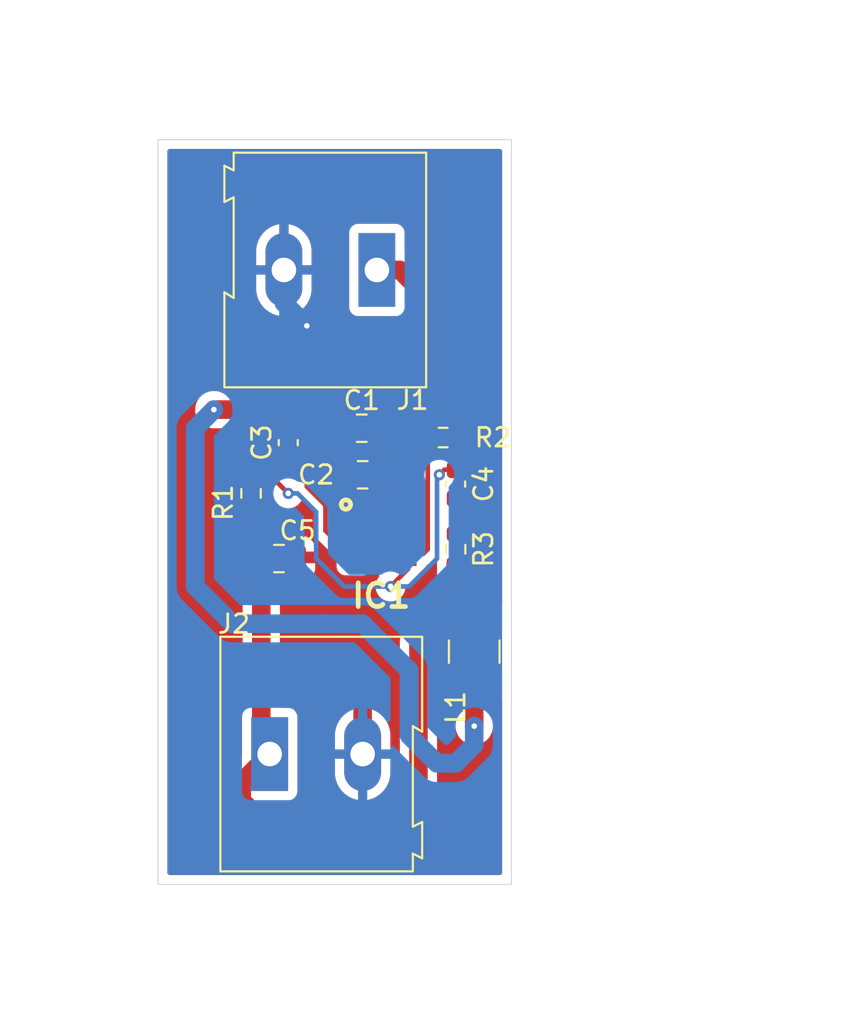
<source format=kicad_pcb>
(kicad_pcb (version 20241229) (generator "pcbnew") (generator_version "9.0")
  (layers (0 "F.Cu" signal) (2 "B.Cu" signal) (13 "F.Paste" user) (15 "B.Paste" user) (5 "F.SilkS" user "F.Silkscreen") (7 "B.SilkS" user "B.Silkscreen") (1 "F.Mask" user) (3 "B.Mask" user) (25 "Edge.Cuts" user))
  (net 0 "")
  (net 1 "GND")
  (net 2 "/V_in")
  (net 3 "/SW")
  (net 4 "/BOOT")
  (net 5 "/FB")
  (net 6 "Net-(C4-Pad1)")
  (net 7 "/V_out")
  (net 8 "AGND")
  (footprint "Inductor_SMD:L_1210_3225Metric" (layer "F.Cu") (at 164.5 89 90)
    (property "Reference" "L1" (at -3 -1 90) (layer "F.SilkS"))
    (property "Value" "10 uH")
    (fp_line (start -0.602064 -1.36) (end 0.602064 -1.36) (stroke (width 0.12)) (layer "F.SilkS"))
    (fp_line (start -0.602064 1.36) (end 0.602064 1.36) (stroke (width 0.12)) (layer "F.SilkS"))
    (pad "1" smd roundrect (at -1.4 0 90) (size 1.25 2.65) (layers "F.Cu" "F.Mask" "F.Paste") (roundrect_rratio 0.2) (net 3 "/SW"))
    (pad "2" smd roundrect (at 1.4 0 90) (size 1.25 2.65) (layers "F.Cu" "F.Mask" "F.Paste") (roundrect_rratio 0.2) (net 7 "/V_out"))
  )
  (footprint "Capacitor_SMD:C_0805_2012Metric" (layer "F.Cu") (at 158.45 77 180)
    (property "Reference" "C1" (at 0 1.5 0) (layer "F.SilkS"))
    (property "Value" "0.1 µF")
    (fp_line (start -0.261252 0.735) (end 0.261252 0.735) (stroke (width 0.12)) (layer "F.SilkS"))
    (fp_line (start -0.261252 -0.735) (end 0.261252 -0.735) (stroke (width 0.12)) (layer "F.SilkS"))
    (pad "1" smd roundrect (at -0.95 0 180) (size 1 1.45) (layers "F.Cu" "F.Mask" "F.Paste") (net 2 "/V_in"))
    (pad "2" smd roundrect (at 0.95 0 180) (size 1 1.45) (layers "F.Cu" "F.Mask" "F.Paste") (net 1 "GND"))
  )
  (footprint "Capacitor_SMD:C_0805_2012Metric" (layer "F.Cu") (at 154 84)
    (property "Reference" "C5" (at 1 -1.5 0) (layer "F.SilkS"))
    (property "Value" "44µF")
    (fp_line (start -0.261252 -0.735) (end 0.261252 -0.735) (stroke (width 0.12)) (layer "F.SilkS"))
    (fp_line (start -0.261252 0.735) (end 0.261252 0.735) (stroke (width 0.12)) (layer "F.SilkS"))
    (pad "1" smd roundrect (at -0.95 0) (size 1 1.45) (layers "F.Cu" "F.Mask" "F.Paste") (net 7 "/V_out"))
    (pad "2" smd roundrect (at 0.95 0) (size 1 1.45) (layers "F.Cu" "F.Mask" "F.Paste") (net 1 "GND"))
  )
  (footprint "Resistor_SMD:R_0603_1608Metric" (layer "F.Cu") (at 152.5 80.5 90)
    (property "Reference" "R1" (at -0.5 -1.5 90) (layer "F.SilkS"))
    (property "Value" "100kΩ")
    (fp_line (start -0.237258 -0.5225) (end 0.237258 -0.5225) (stroke (width 0.12)) (layer "F.SilkS"))
    (fp_line (start -0.237258 0.5225) (end 0.237258 0.5225) (stroke (width 0.12)) (layer "F.SilkS"))
    (pad "1" smd roundrect (at -0.825 0 90) (size 0.8 0.95) (layers "F.Cu" "F.Mask" "F.Paste") (net 7 "/V_out"))
    (pad "2" smd roundrect (at 0.825 0 90) (size 0.8 0.95) (layers "F.Cu" "F.Mask" "F.Paste") (net 5 "/FB"))
  )
  (footprint "TerminalBlock:TerminalBlock_Altech_AK300-2_P5.00mm" (layer "F.Cu") (at 153.5 94.5)
    (property "Reference" "J2" (at -1.92 -6.99 0) (layer "F.SilkS"))
    (property "Value" "Output")
    (fp_line (start -2.65 -6.3) (end -2.65 6.3) (stroke (width 0.12)) (layer "F.SilkS"))
    (fp_line (start -2.65 6.3) (end 7.7 6.3) (stroke (width 0.12)) (layer "F.SilkS"))
    (fp_line (start 7.7 -1.5) (end 8.2 -1.2) (stroke (width 0.12)) (layer "F.SilkS"))
    (fp_line (start 7.7 3.9) (end 7.7 -1.5) (stroke (width 0.12)) (layer "F.SilkS"))
    (fp_line (start 7.7 5.35) (end 8.2 5.6) (stroke (width 0.12)) (layer "F.SilkS"))
    (fp_line (start 7.7 6.3) (end 7.7 5.35) (stroke (width 0.12)) (layer "F.SilkS"))
    (fp_line (start 8.2 -6.3) (end -2.65 -6.3) (stroke (width 0.12)) (layer "F.SilkS"))
    (fp_line (start 8.2 -1.2) (end 8.2 -6.3) (stroke (width 0.12)) (layer "F.SilkS"))
    (fp_line (start 8.2 3.65) (end 7.7 3.9) (stroke (width 0.12)) (layer "F.SilkS"))
    (fp_line (start 8.2 3.7) (end 8.2 3.65) (stroke (width 0.12)) (layer "F.SilkS"))
    (fp_line (start 8.2 5.6) (end 8.2 3.7) (stroke (width 0.12)) (layer "F.SilkS"))
    (pad "1" thru_hole rect (at 0 0) (size 1.98 3.96) (drill 1.32) (layers "*.Cu" "*.Mask") (net 7 "/V_out"))
    (pad "2" thru_hole oval (at 5 0) (size 1.98 3.96) (drill 1.32) (layers "*.Cu" "*.Mask") (net 1 "GND"))
  )
  (footprint "Capacitor_SMD:C_0603_1608Metric" (layer "F.Cu") (at 154.5 77.775 90)
    (property "Reference" "C3" (at 0 -1.43 90) (layer "F.SilkS"))
    (property "Value" "100nF")
    (fp_line (start -0.14058 -0.51) (end 0.14058 -0.51) (stroke (width 0.12)) (layer "F.SilkS"))
    (fp_line (start -0.14058 0.51) (end 0.14058 0.51) (stroke (width 0.12)) (layer "F.SilkS"))
    (pad "1" smd roundrect (at -0.775 0 90) (size 0.9 0.95) (layers "F.Cu" "F.Mask" "F.Paste") (net 4 "/BOOT"))
    (pad "2" smd roundrect (at 0.775 0 90) (size 0.9 0.95) (layers "F.Cu" "F.Mask" "F.Paste") (net 3 "/SW"))
  )
  (footprint "Resistor_SMD:R_0603_1608Metric" (layer "F.Cu") (at 162.825 77.5 180)
    (property "Reference" "R2" (at -2.675 0 0) (layer "F.SilkS"))
    (property "Value" "11.8kΩ")
    (fp_line (start -0.237258 0.5225) (end 0.237258 0.5225) (stroke (width 0.12)) (layer "F.SilkS"))
    (fp_line (start -0.237258 -0.5225) (end 0.237258 -0.5225) (stroke (width 0.12)) (layer "F.SilkS"))
    (pad "1" smd roundrect (at -0.825 0 180) (size 0.8 0.95) (layers "F.Cu" "F.Mask" "F.Paste") (net 5 "/FB"))
    (pad "2" smd roundrect (at 0.825 0 180) (size 0.8 0.95) (layers "F.Cu" "F.Mask" "F.Paste") (net 8 "AGND"))
  )
  (footprint "Package_TO_SOT_SMD:SON50P300X300X80-13N-D" (layer "F.Cu") (at 159.5 83)
    (property "Reference" "IC1" (at 0 3 0) (layer "F.SilkS") (effects (font (size 1.27 1.27) (thickness 0.254))))
    (property "Value" "LMR51450FSQDRRRQ1" (hide yes))
    (fp_circle (center -1.9 -1.9) (end -1.775 -1.9) (stroke (width 0.254)) (fill no) (layer "F.SilkS"))
    (pad "1" smd rect (at -1.45 -1.25 90) (size 0.3 0.9) (layers "F.Cu" "F.Mask" "F.Paste") (net 3 "/SW"))
    (pad "2" smd rect (at -1.45 -0.75 90) (size 0.3 0.9) (layers "F.Cu" "F.Mask" "F.Paste") (net 3 "/SW"))
    (pad "3" smd rect (at -1.45 -0.25 90) (size 0.3 0.9) (layers "F.Cu" "F.Mask" "F.Paste") (net 3 "/SW"))
    (pad "4" smd rect (at -1.45 0.25 90) (size 0.3 0.9) (layers "F.Cu" "F.Mask" "F.Paste") (net 4 "/BOOT"))
    (pad "5" smd rect (at -1.45 0.75 90) (size 0.3 0.9) (layers "F.Cu" "F.Mask" "F.Paste") (net 1 "GND"))
    (pad "6" smd rect (at -1.45 1.25 90) (size 0.3 0.9) (layers "F.Cu" "F.Mask" "F.Paste"))
    (pad "7" smd rect (at 1.45 1.25 90) (size 0.3 0.9) (layers "F.Cu" "F.Mask" "F.Paste") (net 5 "/FB"))
    (pad "8" smd rect (at 1.45 0.75 90) (size 0.3 0.9) (layers "F.Cu" "F.Mask" "F.Paste") (net 8 "AGND"))
    (pad "9" smd rect (at 1.45 0.25 90) (size 0.3 0.9) (layers "F.Cu" "F.Mask" "F.Paste") (net 2 "/V_in"))
    (pad "10" smd rect (at 1.45 -0.25 90) (size 0.3 0.9) (layers "F.Cu" "F.Mask" "F.Paste") (net 2 "/V_in"))
    (pad "11" smd rect (at 1.45 -0.75 90) (size 0.3 0.9) (layers "F.Cu" "F.Mask" "F.Paste") (net 2 "/V_in"))
    (pad "12" smd rect (at 1.45 -1.25 90) (size 0.3 0.9) (layers "F.Cu" "F.Mask" "F.Paste") (net 2 "/V_in"))
    (pad "13" smd rect (at 0 0) (size 1.4 2.6) (layers "F.Cu" "F.Mask" "F.Paste") (net 1 "GND"))
  )
  (footprint "Resistor_SMD:R_0603_1608Metric" (layer "F.Cu") (at 163.5 83.5 90)
    (property "Reference" "R3" (at 0 1.5 90) (layer "F.SilkS"))
    (property "Value" "1kΩ")
    (fp_line (start -0.237258 -0.5225) (end 0.237258 -0.5225) (stroke (width 0.12)) (layer "F.SilkS"))
    (fp_line (start -0.237258 0.5225) (end 0.237258 0.5225) (stroke (width 0.12)) (layer "F.SilkS"))
    (pad "1" smd roundrect (at -0.825 0 90) (size 0.8 0.95) (layers "F.Cu" "F.Mask" "F.Paste") (net 7 "/V_out"))
    (pad "2" smd roundrect (at 0.825 0 90) (size 0.8 0.95) (layers "F.Cu" "F.Mask" "F.Paste") (net 6 "Net-(C4-Pad1)"))
  )
  (footprint "Capacitor_SMD:C_0805_2012Metric" (layer "F.Cu") (at 158.5 79.5 180)
    (property "Reference" "C2" (at 2.5 0 0) (layer "F.SilkS"))
    (property "Value" "10µF")
    (fp_line (start -0.261252 0.735) (end 0.261252 0.735) (stroke (width 0.12)) (layer "F.SilkS"))
    (fp_line (start -0.261252 -0.735) (end 0.261252 -0.735) (stroke (width 0.12)) (layer "F.SilkS"))
    (pad "1" smd roundrect (at -0.95 0 180) (size 1 1.45) (layers "F.Cu" "F.Mask" "F.Paste") (net 2 "/V_in"))
    (pad "2" smd roundrect (at 0.95 0 180) (size 1 1.45) (layers "F.Cu" "F.Mask" "F.Paste") (net 1 "GND"))
  )
  (footprint "TerminalBlock:TerminalBlock_Altech_AK300-2_P5.00mm" (layer "F.Cu") (at 159.265 68.5 180)
    (property "Reference" "J1" (at -1.92 -6.99 0) (layer "F.SilkS"))
    (property "Value" "INPUT" (hide yes))
    (fp_line (start 8.2 5.6) (end 8.2 3.7) (stroke (width 0.12)) (layer "F.SilkS"))
    (fp_line (start 8.2 3.7) (end 8.2 3.65) (stroke (width 0.12)) (layer "F.SilkS"))
    (fp_line (start 8.2 3.65) (end 7.7 3.9) (stroke (width 0.12)) (layer "F.SilkS"))
    (fp_line (start 8.2 -1.2) (end 8.2 -6.3) (stroke (width 0.12)) (layer "F.SilkS"))
    (fp_line (start 8.2 -6.3) (end -2.65 -6.3) (stroke (width 0.12)) (layer "F.SilkS"))
    (fp_line (start 7.7 6.3) (end 7.7 5.35) (stroke (width 0.12)) (layer "F.SilkS"))
    (fp_line (start 7.7 5.35) (end 8.2 5.6) (stroke (width 0.12)) (layer "F.SilkS"))
    (fp_line (start 7.7 3.9) (end 7.7 -1.5) (stroke (width 0.12)) (layer "F.SilkS"))
    (fp_line (start 7.7 -1.5) (end 8.2 -1.2) (stroke (width 0.12)) (layer "F.SilkS"))
    (fp_line (start -2.65 6.3) (end 7.7 6.3) (stroke (width 0.12)) (layer "F.SilkS"))
    (fp_line (start -2.65 -6.3) (end -2.65 6.3) (stroke (width 0.12)) (layer "F.SilkS"))
    (pad "1" thru_hole rect (at 0 0 180) (size 1.98 3.96) (drill 1.32) (layers "*.Cu" "*.Mask") (net 2 "/V_in"))
    (pad "2" thru_hole oval (at 5 0 180) (size 1.98 3.96) (drill 1.32) (layers "*.Cu" "*.Mask") (net 1 "GND"))
  )
  (footprint "Capacitor_SMD:C_0603_1608Metric" (layer "F.Cu") (at 163.5 80 90)
    (property "Reference" "C4" (at 0 1.5 90) (layer "F.SilkS"))
    (property "Value" "33pF")
    (fp_line (start -0.14058 -0.51) (end 0.14058 -0.51) (stroke (width 0.12)) (layer "F.SilkS"))
    (fp_line (start -0.14058 0.51) (end 0.14058 0.51) (stroke (width 0.12)) (layer "F.SilkS"))
    (pad "1" smd roundrect (at -0.775 0 90) (size 0.9 0.95) (layers "F.Cu" "F.Mask" "F.Paste") (net 6 "Net-(C4-Pad1)"))
    (pad "2" smd roundrect (at 0.775 0 90) (size 0.9 0.95) (layers "F.Cu" "F.Mask" "F.Paste") (net 5 "/FB"))
  )
  (gr_rect (start 147.5 61.5) (end 166.5 101.5) (stroke (width 0.05)) (fill no) (layer "Edge.Cuts"))
  (segment (start 157.5 73.5) (end 157.5 77) (width 1) (layer "F.Cu") (net 1))
  (segment (start 155.2 83.75) (end 158.05 83.75) (width 0.25) (layer "F.Cu") (net 1))
  (segment (start 157.55 79.5) (end 159.5 81.45) (width 0.5) (layer "F.Cu") (net 1))
  (segment (start 158.5 94.5) (end 158.5 91) (width 1) (layer "F.Cu") (net 1))
  (segment (start 154.95 87.45) (end 154.95 84) (width 1) (layer "F.Cu") (net 1))
  (segment (start 159.5 81.45) (end 159.5 83) (width 0.5) (layer "F.Cu") (net 1))
  (segment (start 158.5 91) (end 154.95 87.45) (width 1) (layer "F.Cu") (net 1))
  (segment (start 154.95 84) (end 155.2 83.75) (width 0.25) (layer "F.Cu") (net 1))
  (segment (start 157.5 79.45) (end 157.55 79.5) (width 1) (layer "F.Cu") (net 1))
  (segment (start 157.5 77) (end 157.5 79.45) (width 1) (layer "F.Cu") (net 1))
  (segment (start 158.75 83.75) (end 159.5 83) (width 0.25) (layer "F.Cu") (net 1))
  (segment (start 155.5 71.5) (end 157.5 73.5) (width 1) (layer "F.Cu") (net 1))
  (segment (start 158.05 83.75) (end 158.75 83.75) (width 0.25) (layer "F.Cu") (net 1))
  (via (at 155.5 71.5) (size 0.6) (drill 0.3) (layers "F.Cu" "B.Cu") (net 1))
  (segment (start 154.265 68.5) (end 154.265 70.265) (width 1) (layer "B.Cu") (net 1))
  (segment (start 154.265 70.265) (end 155.5 71.5) (width 1) (layer "B.Cu") (net 1))
  (segment (start 160.5 68.5) (end 161.5 69.5) (width 1) (layer "F.Cu") (net 2))
  (segment (start 160.95 82.25) (end 160.95 82.75) (width 0.5) (layer "F.Cu") (net 2))
  (segment (start 159.45 79.5) (end 160.95 81) (width 1) (layer "F.Cu") (net 2))
  (segment (start 161.5 69.5) (end 161.5 74) (width 1) (layer "F.Cu") (net 2))
  (segment (start 159.4 76.1) (end 159.4 77) (width 1) (layer "F.Cu") (net 2))
  (segment (start 160.95 81) (end 160.95 81.75) (width 1) (layer "F.Cu") (net 2))
  (segment (start 161.5 74) (end 159.4 76.1) (width 1) (layer "F.Cu") (net 2))
  (segment (start 159.4 77) (end 159.4 79.45) (width 1) (layer "F.Cu") (net 2))
  (segment (start 159.265 68.5) (end 160.5 68.5) (width 1) (layer "F.Cu") (net 2))
  (segment (start 159.4 79.45) (end 159.45 79.5) (width 1) (layer "F.Cu") (net 2))
  (segment (start 160.95 82.75) (end 160.95 83.149) (width 0.5) (layer "F.Cu") (net 2))
  (segment (start 158 81.5) (end 158 81.7) (width 0.25) (layer "F.Cu") (net 3))
  (segment (start 156 80) (end 157 81) (width 0.25) (layer "F.Cu") (net 3))
  (segment (start 153.5 76) (end 154.5 77) (width 1) (layer "F.Cu") (net 3))
  (segment (start 157.5 81) (end 158 81.5) (width 0.25) (layer "F.Cu") (net 3))
  (segment (start 158 81.7) (end 158.05 81.75) (width 0.25) (layer "F.Cu") (net 3))
  (segment (start 150.5 76) (end 153.5 76) (width 1) (layer "F.Cu") (net 3))
  (segment (start 164.5 90.4) (end 164.5 93) (width 1) (layer "F.Cu") (net 3))
  (segment (start 155.5 77) (end 156 77.5) (width 0.25) (layer "F.Cu") (net 3))
  (segment (start 157 81) (end 157.5 81) (width 0.25) (layer "F.Cu") (net 3))
  (segment (start 156 77.5) (end 156 80) (width 0.25) (layer "F.Cu") (net 3))
  (segment (start 154.5 77) (end 155.5 77) (width 0.25) (layer "F.Cu") (net 3))
  (segment (start 158.05 81.75) (end 158.05 82.25) (width 0.5) (layer "F.Cu") (net 3))
  (segment (start 158.05 82.25) (end 158.05 82.649) (width 0.5) (layer "F.Cu") (net 3))
  (via (at 150.5 76) (size 0.6) (drill 0.3) (layers "F.Cu" "B.Cu") (net 3))
  (via (at 164.5 93) (size 0.6) (drill 0.3) (layers "F.Cu" "B.Cu") (net 3))
  (segment (start 162.5 95) (end 161 93.5) (width 1) (layer "B.Cu") (net 3))
  (segment (start 161 93.5) (end 161 90) (width 1) (layer "B.Cu") (net 3))
  (segment (start 161 90) (end 158.5 87.5) (width 1) (layer "B.Cu") (net 3))
  (segment (start 149.5 77) (end 150.5 76) (width 1) (layer "B.Cu") (net 3))
  (segment (start 151.5 87.5) (end 150 86) (width 1) (layer "B.Cu") (net 3))
  (segment (start 163.5 95) (end 162.5 95) (width 1) (layer "B.Cu") (net 3))
  (segment (start 149.5 85.5) (end 149.5 77) (width 1) (layer "B.Cu") (net 3))
  (segment (start 158.5 87.5) (end 156.5 87.5) (width 1) (layer "B.Cu") (net 3))
  (segment (start 164.5 94) (end 163.5 95) (width 1) (layer "B.Cu") (net 3))
  (segment (start 156.5 87.5) (end 151.5 87.5) (width 1) (layer "B.Cu") (net 3))
  (segment (start 150 86) (end 149.5 85.5) (width 1) (layer "B.Cu") (net 3))
  (segment (start 164.5 93) (end 164.5 94) (width 1) (layer "B.Cu") (net 3))
  (segment (start 156.5 81.13781) (end 156.5 82.5) (width 0.25) (layer "F.Cu") (net 4))
  (segment (start 155.5 80.13781) (end 156.5 81.13781) (width 0.25) (layer "F.Cu") (net 4))
  (segment (start 157.25 83.25) (end 158.05 83.25) (width 0.25) (layer "F.Cu") (net 4))
  (segment (start 155.5 79) (end 155.5 80.13781) (width 0.25) (layer "F.Cu") (net 4))
  (segment (start 155.05 78.55) (end 155.5 79) (width 0.25) (layer "F.Cu") (net 4))
  (segment (start 154.5 78.55) (end 155.05 78.55) (width 0.25) (layer "F.Cu") (net 4))
  (segment (start 156.5 82.5) (end 157.25 83.25) (width 0.25) (layer "F.Cu") (net 4))
  (segment (start 163.5 79.225) (end 163.5 77.65) (width 0.25) (layer "F.Cu") (net 5))
  (segment (start 153.675 79.675) (end 154.5 80.5) (width 0.25) (layer "F.Cu") (net 5))
  (segment (start 162.9 79.225) (end 162.625 79.5) (width 0.25) (layer "F.Cu") (net 5))
  (segment (start 160.95 84.55) (end 160.95 84.25) (width 0.25) (layer "F.Cu") (net 5))
  (segment (start 163.5 79.225) (end 162.9 79.225) (width 0.25) (layer "F.Cu") (net 5))
  (segment (start 152.5 79.675) (end 153.675 79.675) (width 0.25) (layer "F.Cu") (net 5))
  (segment (start 163.5 77.65) (end 163.65 77.5) (width 0.25) (layer "F.Cu") (net 5))
  (segment (start 160 85.5) (end 160.95 84.55) (width 0.25) (layer "F.Cu") (net 5))
  (via (at 162.625 79.5) (size 0.6) (drill 0.3) (layers "F.Cu" "B.Cu") (net 5))
  (via (at 160 85.5) (size 0.6) (drill 0.3) (layers "F.Cu" "B.Cu") (net 5))
  (via (at 154.5 80.5) (size 0.6) (drill 0.3) (layers "F.Cu" "B.Cu") (net 5))
  (segment (start 162.5 84) (end 162.5 79.5) (width 0.25) (layer "B.Cu") (net 5))
  (segment (start 162.5 79.5) (end 162.625 79.5) (width 0.25) (layer "B.Cu") (net 5))
  (segment (start 161 85.5) (end 162.5 84) (width 0.25) (layer "B.Cu") (net 5))
  (segment (start 156 84) (end 156 81.5) (width 0.25) (layer "B.Cu") (net 5))
  (segment (start 157.5 85.5) (end 156.5 84.5) (width 0.25) (layer "B.Cu") (net 5))
  (segment (start 156.5 84.5) (end 156 84) (width 0.25) (layer "B.Cu") (net 5))
  (segment (start 160 85.5) (end 161 85.5) (width 0.25) (layer "B.Cu") (net 5))
  (segment (start 156 81.5) (end 155 80.5) (width 0.25) (layer "B.Cu") (net 5))
  (segment (start 160 85.5) (end 157.5 85.5) (width 0.25) (layer "B.Cu") (net 5))
  (segment (start 155 80.5) (end 154.5 80.5) (width 0.25) (layer "B.Cu") (net 5))
  (segment (start 163.5 80.775) (end 163.5 82.675) (width 0.25) (layer "F.Cu") (net 6))
  (segment (start 161 98) (end 153 98) (width 1) (layer "F.Cu") (net 7))
  (segment (start 153.05 94.05) (end 153.5 94.5) (width 1) (layer "F.Cu") (net 7))
  (segment (start 163.4 86.6) (end 161.5 88.5) (width 1) (layer "F.Cu") (net 7))
  (segment (start 163.5 84.325) (end 163.5 86.6) (width 1) (layer "F.Cu") (net 7))
  (segment (start 163.5 86.6) (end 163.4 86.6) (width 1) (layer "F.Cu") (net 7))
  (segment (start 161.5 97.5) (end 161 98) (width 1) (layer "F.Cu") (net 7))
  (segment (start 152 97) (end 152 96) (width 1) (layer "F.Cu") (net 7))
  (segment (start 163.5 86.6) (end 164.5 87.6) (width 1) (layer "F.Cu") (net 7))
  (segment (start 152.5 83.45) (end 153.05 84) (width 1) (layer "F.Cu") (net 7))
  (segment (start 161.5 88.5) (end 161.5 97.5) (width 1) (layer "F.Cu") (net 7))
  (segment (start 153.05 84) (end 153.05 94.05) (width 1) (layer "F.Cu") (net 7))
  (segment (start 153 98) (end 152 97) (width 1) (layer "F.Cu") (net 7))
  (segment (start 152.5 81) (end 152.5 83.45) (width 1) (layer "F.Cu") (net 7))
  (segment (start 153.175 83.875) (end 153.05 84) (width 1) (layer "F.Cu") (net 7))
  (segment (start 152 96) (end 153.5 94.5) (width 1) (layer "F.Cu") (net 7))
  (segment (start 161.75 83.75) (end 162 83.5) (width 0.25) (layer "F.Cu") (net 8))
  (segment (start 160.95 83.75) (end 161.75 83.75) (width 0.25) (layer "F.Cu") (net 8))
  (segment (start 162 83.5) (end 162 77.5) (width 0.25) (layer "F.Cu") (net 8))
  (zone (net 1) (net_name "GND") (layers "F.Cu" "B.Cu") (connect_pads (clearance 0.5)) (min_thickness 0.25) (fill yes (thermal_gap 0.5) (thermal_bridge_width 0.5))
    (polygon (pts (xy 184.5 54) (xy 139 57.5) (xy 142 107) (xy 170.5 109)))
  )
)
</source>
